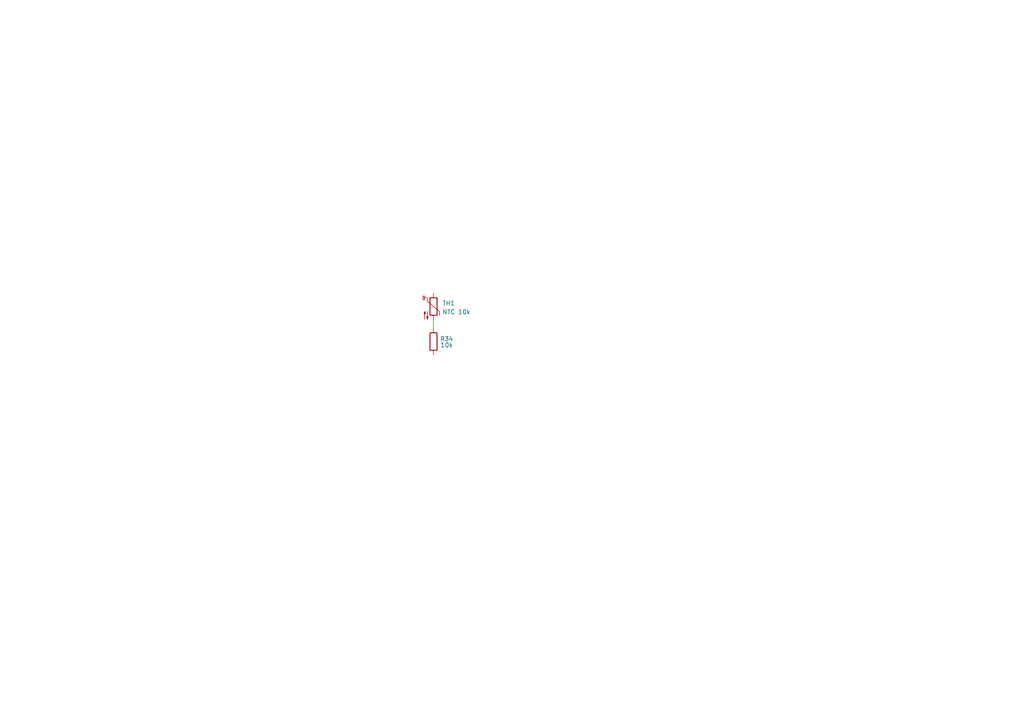
<source format=kicad_sch>
(kicad_sch (version 20250114) (generator "eeschema") (generator_version "9.0")
  (paper "A4")
  (lib_symbols
    (symbol "Device:R" (pin_numbers (hide yes)) (pin_names (offset 0))
      (property "Reference" "R" (at 2.032 0 90))
      (property "Value" "R" (at 0 0 90))
      (symbol "R_0_1"
        (rectangle (start -1.016 -2.54) (end 1.016 2.54) (stroke (width 0.254)))
      )
      (symbol "R_1_1"
        (pin passive line (at 0 3.81 270) (length 1.27) (name "~") (number "1"))
        (pin passive line (at 0 -3.81 90) (length 1.27) (name "~") (number "2"))
      )
    )
    (symbol "Device:Thermistor_NTC" (pin_numbers (hide yes)) (pin_names (offset 0))
      (property "Reference" "TH" (at -4.445 0 90))
      (property "Value" "Thermistor_NTC" (at 3.175 0 90))
      (symbol "Thermistor_NTC_0_1"
        (arc (start -3.175 2.413) (mid -3.0506 2.3165) (end -3.048 2.159))
        (arc (start -3.048 2.794) (mid -2.9736 2.9736) (end -2.794 3.048))
        (arc (start -2.794 3.048) (mid -2.6144 2.9736) (end -2.54 2.794))
        (arc (start -2.794 2.54) (mid -2.9736 2.6144) (end -3.048 2.794))
        (arc (start -2.794 1.905) (mid -2.9736 1.9794) (end -3.048 2.159))
        (arc (start -2.54 2.159) (mid -2.6144 1.9794) (end -2.794 1.905))
        (arc (start -2.159 2.794) (mid -2.434 2.5608) (end -2.794 2.54))
        (polyline (pts (xy -2.54 2.159) (xy -2.54 2.794)))
        (polyline (pts (xy -2.54 -3.683) (xy -2.54 -1.397) (xy -2.794 -2.159) (xy -2.286 -2.159) (xy -2.54 -1.397) (xy -2.54 -1.651)) (fill (type outline)))
        (polyline (pts (xy -1.778 2.54) (xy -1.778 1.524) (xy 1.778 -1.524) (xy 1.778 -2.54)))
        (polyline (pts (xy -1.778 -1.397) (xy -1.778 -3.683) (xy -2.032 -2.921) (xy -1.524 -2.921) (xy -1.778 -3.683) (xy -1.778 -3.429)) (fill (type outline)))
        (rectangle (start -1.016 2.54) (end 1.016 -2.54) (stroke (width 0.254)))
      )
      (symbol "Thermistor_NTC_1_1"
        (pin passive line (at 0 3.81 270) (length 1.27) (name "~") (number "1"))
        (pin passive line (at 0 -3.81 90) (length 1.27) (name "~") (number "2"))
      )
    )
  )
  (wire (pts (xy 125.73 92.71) (xy 125.73 95.25)))
  (symbol (lib_id "Device:Thermistor_NTC") (at 125.73 88.9 0) (unit 1)
    (property "Reference" "TH1" (at 128.27 87.9474 0) (effects (justify left)))
    (property "Value" "NTC 10k" (at 128.27 90.4874 0) (effects (justify left)))
    (property "Description" "Temperature dependent resistor, negative temperature coefficient" (effects (hide yes)))
  )
  (symbol (lib_id "Device:R") (at 125.73 99.06 0) (unit 1)
    (property "Reference" "R34" (at 129.54 98.298 0))
    (property "Value" "10k" (at 129.54 100.076 0))
    (property "Description" "Resistor" (effects (hide yes)))
  )
)
</source>
